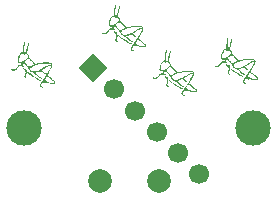
<source format=gbr>
%TF.GenerationSoftware,KiCad,Pcbnew,9.0.6-9.0.6~ubuntu24.04.1*%
%TF.CreationDate,2025-12-16T20:38:13-08:00*%
%TF.ProjectId,Shy_Beeper,5368795f-4265-4657-9065-722e6b696361,rev?*%
%TF.SameCoordinates,Original*%
%TF.FileFunction,Soldermask,Top*%
%TF.FilePolarity,Negative*%
%FSLAX46Y46*%
G04 Gerber Fmt 4.6, Leading zero omitted, Abs format (unit mm)*
G04 Created by KiCad (PCBNEW 9.0.6-9.0.6~ubuntu24.04.1) date 2025-12-16 20:38:13*
%MOMM*%
%LPD*%
G01*
G04 APERTURE LIST*
G04 Aperture macros list*
%AMRotRect*
0 Rectangle, with rotation*
0 The origin of the aperture is its center*
0 $1 length*
0 $2 width*
0 $3 Rotation angle, in degrees counterclockwise*
0 Add horizontal line*
21,1,$1,$2,0,0,$3*%
G04 Aperture macros list end*
%ADD10C,0.000000*%
%ADD11RotRect,1.700000X1.700000X45.000000*%
%ADD12C,1.700000*%
%ADD13C,2.000000*%
%ADD14C,3.000000*%
G04 APERTURE END LIST*
D10*
%TO.C,G\u002A\u002A\u002A*%
G36*
X153418818Y-95923697D02*
G01*
X153456704Y-95946800D01*
X153513433Y-95987304D01*
X153586386Y-96042370D01*
X153706430Y-96128333D01*
X153858850Y-96227401D01*
X154044375Y-96340036D01*
X154150551Y-96402033D01*
X154278823Y-96476564D01*
X154377464Y-96535335D01*
X154449248Y-96580549D01*
X154496949Y-96614404D01*
X154523346Y-96639102D01*
X154531212Y-96656847D01*
X154523325Y-96669840D01*
X154502458Y-96680282D01*
X154501683Y-96680571D01*
X154486599Y-96681678D01*
X154462217Y-96675093D01*
X154424814Y-96658909D01*
X154370675Y-96631222D01*
X154296079Y-96590133D01*
X154197312Y-96533732D01*
X154070651Y-96460115D01*
X154066846Y-96457894D01*
X153949613Y-96388713D01*
X153837005Y-96320995D01*
X153734949Y-96258401D01*
X153649372Y-96204590D01*
X153586200Y-96163225D01*
X153560230Y-96144946D01*
X153468109Y-96074545D01*
X153404467Y-96021213D01*
X153366763Y-95981763D01*
X153352451Y-95952999D01*
X153358996Y-95931731D01*
X153378913Y-95917237D01*
X153394610Y-95914884D01*
X153418818Y-95923697D01*
G37*
G36*
X153037863Y-95551272D02*
G01*
X153087450Y-95593901D01*
X153103857Y-95612630D01*
X153137594Y-95651820D01*
X153159987Y-95675015D01*
X153164675Y-95677956D01*
X153205744Y-95652398D01*
X153245577Y-95640777D01*
X153262432Y-95643261D01*
X153271514Y-95665725D01*
X153279765Y-95717135D01*
X153286175Y-95789391D01*
X153289351Y-95858651D01*
X153290598Y-95957453D01*
X153286867Y-96030429D01*
X153276672Y-96088648D01*
X153258531Y-96143174D01*
X153247811Y-96168483D01*
X153223015Y-96228882D01*
X153206217Y-96278289D01*
X153201380Y-96302485D01*
X153215784Y-96329040D01*
X153251292Y-96364805D01*
X153272331Y-96381565D01*
X153313901Y-96414995D01*
X153328877Y-96437805D01*
X153322159Y-96458888D01*
X153318040Y-96464454D01*
X153285318Y-96479830D01*
X153239332Y-96470519D01*
X153189434Y-96441178D01*
X153144979Y-96396473D01*
X153127545Y-96369506D01*
X153114220Y-96341175D01*
X153108192Y-96313110D01*
X153110695Y-96278344D01*
X153122962Y-96229904D01*
X153146224Y-96160821D01*
X153181378Y-96065031D01*
X153193762Y-96010492D01*
X153198682Y-95944649D01*
X153198423Y-95930716D01*
X153190262Y-95874634D01*
X153166165Y-95826735D01*
X153121449Y-95774816D01*
X153045819Y-95692101D01*
X152994735Y-95625916D01*
X152969804Y-95578580D01*
X152969725Y-95555917D01*
X152997259Y-95538035D01*
X153037863Y-95551272D01*
G37*
G36*
X153135174Y-93357286D02*
G01*
X153151583Y-93389636D01*
X153152036Y-93452956D01*
X153143608Y-93513658D01*
X153125014Y-93650097D01*
X153112036Y-93806282D01*
X153105731Y-93965186D01*
X153106933Y-94104363D01*
X153110998Y-94176420D01*
X153118341Y-94220697D01*
X153132288Y-94246469D01*
X153156166Y-94263016D01*
X153165428Y-94267415D01*
X153203492Y-94279018D01*
X153223921Y-94274480D01*
X153224330Y-94273522D01*
X153229978Y-94249293D01*
X153241054Y-94196351D01*
X153255986Y-94122368D01*
X153273203Y-94035017D01*
X153274173Y-94030043D01*
X153297507Y-93920474D01*
X153325775Y-93802986D01*
X153354890Y-93693954D01*
X153373964Y-93630253D01*
X153400421Y-93549707D01*
X153419882Y-93497777D01*
X153435919Y-93467563D01*
X153452102Y-93452167D01*
X153469718Y-93445283D01*
X153497419Y-93442378D01*
X153511751Y-93455120D01*
X153512704Y-93488054D01*
X153500263Y-93545726D01*
X153474421Y-93632684D01*
X153469194Y-93649140D01*
X153444886Y-93731455D01*
X153419513Y-93827964D01*
X153394545Y-93931714D01*
X153371445Y-94035751D01*
X153351682Y-94133121D01*
X153336725Y-94216870D01*
X153328036Y-94280044D01*
X153327084Y-94315692D01*
X153327913Y-94318807D01*
X153346515Y-94345380D01*
X153382695Y-94385457D01*
X153406948Y-94409566D01*
X153466122Y-94477283D01*
X153495928Y-94543643D01*
X153501807Y-94617810D01*
X153507150Y-94658463D01*
X153532475Y-94694700D01*
X153570253Y-94727048D01*
X153606820Y-94759380D01*
X153662082Y-94813331D01*
X153730083Y-94882854D01*
X153804869Y-94961907D01*
X153853567Y-95014734D01*
X154065915Y-95247558D01*
X154239493Y-95206430D01*
X154513228Y-95152177D01*
X154774781Y-95121458D01*
X155018077Y-95114857D01*
X155130613Y-95120752D01*
X155264972Y-95138342D01*
X155365473Y-95166930D01*
X155433999Y-95207725D01*
X155472428Y-95261939D01*
X155482644Y-95330781D01*
X155481450Y-95346563D01*
X155475578Y-95377581D01*
X155462667Y-95416345D01*
X155440582Y-95467305D01*
X155407181Y-95534906D01*
X155360327Y-95623601D01*
X155297883Y-95737835D01*
X155264096Y-95798813D01*
X155205320Y-95905616D01*
X155153821Y-96001175D01*
X155111974Y-96080919D01*
X155082153Y-96140278D01*
X155066729Y-96174689D01*
X155065381Y-96181460D01*
X155082637Y-96194352D01*
X155124160Y-96226470D01*
X155185142Y-96274060D01*
X155260776Y-96333373D01*
X155340541Y-96396152D01*
X155464325Y-96495101D01*
X155560582Y-96575562D01*
X155632054Y-96640411D01*
X155681482Y-96692532D01*
X155711611Y-96734801D01*
X155725181Y-96770099D01*
X155725183Y-96800068D01*
X155695052Y-96869980D01*
X155637276Y-96917962D01*
X155554374Y-96943616D01*
X155448858Y-96946538D01*
X155323243Y-96926328D01*
X155188369Y-96885623D01*
X155111977Y-96860062D01*
X155056763Y-96848299D01*
X155010139Y-96848872D01*
X154962735Y-96859397D01*
X154870752Y-96870773D01*
X154811441Y-96858489D01*
X154733579Y-96829001D01*
X154681485Y-96814012D01*
X154646076Y-96815446D01*
X154618265Y-96835229D01*
X154588971Y-96875283D01*
X154566583Y-96910347D01*
X154530026Y-96970397D01*
X154511701Y-97010326D01*
X154508354Y-97040193D01*
X154515699Y-97067429D01*
X154549752Y-97115055D01*
X154605711Y-97156852D01*
X154648775Y-97183862D01*
X154664181Y-97203006D01*
X154657340Y-97223131D01*
X154651280Y-97231294D01*
X154617425Y-97248454D01*
X154570486Y-97240439D01*
X154518147Y-97212760D01*
X154468100Y-97170923D01*
X154428030Y-97120439D01*
X154405626Y-97066814D01*
X154403719Y-97053916D01*
X154406189Y-97025913D01*
X154418920Y-96987412D01*
X154443633Y-96935431D01*
X154482057Y-96866989D01*
X154535916Y-96779103D01*
X154590674Y-96694054D01*
X154715539Y-96694054D01*
X154728323Y-96719459D01*
X154766936Y-96744931D01*
X154820531Y-96765282D01*
X154878257Y-96775325D01*
X154886138Y-96775615D01*
X154905199Y-96773130D01*
X154900782Y-96762075D01*
X154869608Y-96738531D01*
X154837252Y-96717137D01*
X154778507Y-96680815D01*
X154743092Y-96665165D01*
X154724462Y-96668945D01*
X154716066Y-96690916D01*
X154715539Y-96694054D01*
X154590674Y-96694054D01*
X154606937Y-96668795D01*
X154639381Y-96619824D01*
X154671819Y-96570859D01*
X154819586Y-96570859D01*
X154821505Y-96580398D01*
X154845759Y-96603837D01*
X154897164Y-96636909D01*
X154968269Y-96676016D01*
X155051615Y-96717557D01*
X155139750Y-96757932D01*
X155225219Y-96793538D01*
X155300566Y-96820776D01*
X155345377Y-96833420D01*
X155433956Y-96847342D01*
X155513769Y-96848516D01*
X155577296Y-96837872D01*
X155617019Y-96816345D01*
X155626299Y-96798577D01*
X155617213Y-96766416D01*
X155588450Y-96724998D01*
X155577408Y-96713138D01*
X155541891Y-96680891D01*
X155483933Y-96631915D01*
X155410441Y-96571694D01*
X155328322Y-96505712D01*
X155244483Y-96439457D01*
X155165826Y-96378412D01*
X155099259Y-96328066D01*
X155051687Y-96293900D01*
X155040219Y-96286418D01*
X154992874Y-96257263D01*
X154900998Y-96405662D01*
X154854269Y-96484493D01*
X154827799Y-96538095D01*
X154819586Y-96570859D01*
X154671819Y-96570859D01*
X154696847Y-96533079D01*
X154757751Y-96442406D01*
X154764276Y-96432535D01*
X154838714Y-96319909D01*
X154923031Y-96188039D01*
X155007774Y-96051767D01*
X155090014Y-95916062D01*
X155166825Y-95785893D01*
X155235280Y-95666228D01*
X155292449Y-95562036D01*
X155335410Y-95478287D01*
X155361229Y-95419951D01*
X155362923Y-95415226D01*
X155377326Y-95358084D01*
X155380841Y-95309250D01*
X155379135Y-95298178D01*
X155369977Y-95276257D01*
X155350939Y-95261038D01*
X155313211Y-95248202D01*
X155247973Y-95233428D01*
X155246272Y-95233072D01*
X155124931Y-95215817D01*
X154986534Y-95209987D01*
X154835541Y-95214551D01*
X154676411Y-95228472D01*
X154513603Y-95250722D01*
X154351572Y-95280266D01*
X154194783Y-95316075D01*
X154047690Y-95357113D01*
X153914755Y-95402350D01*
X153800435Y-95450753D01*
X153709189Y-95501290D01*
X153645479Y-95552929D01*
X153613759Y-95604635D01*
X153612206Y-95611378D01*
X153614490Y-95691637D01*
X153649813Y-95762144D01*
X153714668Y-95819235D01*
X153805546Y-95859250D01*
X153862077Y-95872119D01*
X153944745Y-95880016D01*
X154029847Y-95875169D01*
X154121410Y-95856053D01*
X154223462Y-95821139D01*
X154340035Y-95768902D01*
X154475155Y-95697817D01*
X154632852Y-95606357D01*
X154746182Y-95537233D01*
X154888534Y-95451037D01*
X155003594Y-95385684D01*
X155093796Y-95339906D01*
X155161580Y-95312430D01*
X155194627Y-95303811D01*
X155255146Y-95297862D01*
X155292449Y-95309941D01*
X155317793Y-95344483D01*
X155322242Y-95354083D01*
X155330797Y-95386500D01*
X155313027Y-95403678D01*
X155303578Y-95407484D01*
X155261250Y-95411670D01*
X155240158Y-95405272D01*
X155206098Y-95401660D01*
X155158564Y-95413480D01*
X155152282Y-95416075D01*
X155109274Y-95437501D01*
X155046657Y-95472104D01*
X154971053Y-95515847D01*
X154889085Y-95564694D01*
X154807375Y-95614608D01*
X154732548Y-95661550D01*
X154671223Y-95701489D01*
X154630027Y-95730384D01*
X154615918Y-95742994D01*
X154611454Y-95753327D01*
X154613586Y-95765093D01*
X154626360Y-95782771D01*
X154653816Y-95810845D01*
X154699995Y-95853794D01*
X154768943Y-95916103D01*
X154785488Y-95930981D01*
X154843811Y-95985001D01*
X154878004Y-96021969D01*
X154892644Y-96048252D01*
X154892312Y-96070221D01*
X154890145Y-96076503D01*
X154876623Y-96095719D01*
X154854757Y-96098202D01*
X154820624Y-96081750D01*
X154770306Y-96044153D01*
X154699882Y-95983204D01*
X154659767Y-95946822D01*
X154601475Y-95894361D01*
X154551473Y-95850980D01*
X154517441Y-95823272D01*
X154509363Y-95817664D01*
X154480927Y-95818406D01*
X154432517Y-95835028D01*
X154385071Y-95858367D01*
X154311886Y-95893164D01*
X154224198Y-95926558D01*
X154159091Y-95946335D01*
X154097106Y-95963360D01*
X154052539Y-95977550D01*
X154034278Y-95986054D01*
X154034228Y-95986442D01*
X154049444Y-96000922D01*
X154090910Y-96035196D01*
X154155357Y-96086675D01*
X154239500Y-96152770D01*
X154340071Y-96230890D01*
X154453791Y-96318448D01*
X154469335Y-96330362D01*
X154546099Y-96391128D01*
X154594993Y-96435563D01*
X154619110Y-96467684D01*
X154621542Y-96491510D01*
X154607255Y-96509590D01*
X154594390Y-96514740D01*
X154574960Y-96511615D01*
X154545875Y-96498126D01*
X154504044Y-96472191D01*
X154446380Y-96431721D01*
X154369796Y-96374633D01*
X154271196Y-96298838D01*
X154147502Y-96202254D01*
X154119205Y-96180042D01*
X154016070Y-96100008D01*
X153937057Y-96041138D01*
X153878026Y-96000631D01*
X153834845Y-95975682D01*
X153803375Y-95963488D01*
X153798270Y-95962359D01*
X153690511Y-95924433D01*
X153604393Y-95857163D01*
X153542693Y-95763092D01*
X153522723Y-95709694D01*
X153496261Y-95647918D01*
X153450144Y-95580113D01*
X153379140Y-95498606D01*
X153377931Y-95497315D01*
X153308417Y-95420010D01*
X153233708Y-95331837D01*
X153168258Y-95249932D01*
X153159226Y-95238041D01*
X153112555Y-95179208D01*
X153072092Y-95133991D01*
X153044101Y-95109164D01*
X153037321Y-95106443D01*
X153009535Y-95123630D01*
X152981860Y-95165917D01*
X152959757Y-95221746D01*
X152948683Y-95279551D01*
X152948312Y-95294932D01*
X152953240Y-95342649D01*
X152972210Y-95368947D01*
X153013790Y-95388460D01*
X153054355Y-95406077D01*
X153065478Y-95421434D01*
X153053043Y-95443452D01*
X153051400Y-95445525D01*
X153030551Y-95460825D01*
X152995045Y-95466894D01*
X152937506Y-95464061D01*
X152859832Y-95454030D01*
X152782241Y-95444150D01*
X152716044Y-95438525D01*
X152671640Y-95437928D01*
X152662018Y-95439353D01*
X152638031Y-95455907D01*
X152594706Y-95494623D01*
X152537605Y-95550215D01*
X152472285Y-95617406D01*
X152452238Y-95638692D01*
X152363902Y-95730245D01*
X152296499Y-95793376D01*
X152248691Y-95829276D01*
X152227217Y-95838630D01*
X152176571Y-95837316D01*
X152116109Y-95819265D01*
X152057762Y-95790271D01*
X152013461Y-95756127D01*
X151995509Y-95726094D01*
X151997847Y-95692983D01*
X152022129Y-95682329D01*
X152071480Y-95693776D01*
X152116989Y-95712235D01*
X152167678Y-95732937D01*
X152203780Y-95744470D01*
X152212820Y-95745391D01*
X152229681Y-95731239D01*
X152266490Y-95695025D01*
X152318110Y-95641958D01*
X152379403Y-95577240D01*
X152390587Y-95565270D01*
X152473158Y-95477958D01*
X152536728Y-95415066D01*
X152586700Y-95373137D01*
X152628478Y-95348712D01*
X152667466Y-95338334D01*
X152709074Y-95338547D01*
X152738766Y-95342512D01*
X152791530Y-95348896D01*
X152826518Y-95349230D01*
X152833844Y-95346628D01*
X152842461Y-95318410D01*
X152850472Y-95272016D01*
X152856276Y-95221267D01*
X152858276Y-95179985D01*
X152855203Y-95162131D01*
X152831156Y-95162588D01*
X152793455Y-95172219D01*
X152731593Y-95182464D01*
X152666190Y-95178126D01*
X152612461Y-95161177D01*
X152592464Y-95146143D01*
X152556734Y-95077651D01*
X152542847Y-94993023D01*
X152631422Y-94993023D01*
X152637138Y-95029955D01*
X152649841Y-95068763D01*
X152673971Y-95083535D01*
X152703517Y-95086355D01*
X152762977Y-95082192D01*
X152814237Y-95070986D01*
X152915447Y-95029604D01*
X153140882Y-95029604D01*
X153149242Y-95059745D01*
X153177931Y-95106434D01*
X153209732Y-95151456D01*
X153248709Y-95202376D01*
X153299992Y-95264948D01*
X153357263Y-95331983D01*
X153414209Y-95396305D01*
X153464507Y-95450728D01*
X153501850Y-95488075D01*
X153515960Y-95499654D01*
X153544975Y-95497456D01*
X153590716Y-95470106D01*
X153611171Y-95453700D01*
X153665869Y-95414854D01*
X153739026Y-95372833D01*
X153810358Y-95338728D01*
X153872784Y-95311315D01*
X153920331Y-95288587D01*
X153943980Y-95274891D01*
X153944920Y-95273865D01*
X153935717Y-95256987D01*
X153905852Y-95218805D01*
X153860243Y-95164823D01*
X153803807Y-95100543D01*
X153741459Y-95031470D01*
X153678117Y-94963103D01*
X153618702Y-94900951D01*
X153568126Y-94850516D01*
X153558504Y-94841380D01*
X153498109Y-94790950D01*
X153454284Y-94770158D01*
X153423066Y-94777794D01*
X153408668Y-94795645D01*
X153381932Y-94827333D01*
X153334488Y-94871531D01*
X153276250Y-94919889D01*
X153217140Y-94964056D01*
X153179524Y-94988619D01*
X153151446Y-95008425D01*
X153140882Y-95029604D01*
X152915447Y-95029604D01*
X152918844Y-95028215D01*
X153036034Y-94964719D01*
X153054741Y-94952592D01*
X153154382Y-94887995D01*
X153262461Y-94805539D01*
X153348843Y-94724850D01*
X153359174Y-94713419D01*
X153397570Y-94646027D01*
X153401483Y-94575180D01*
X153372420Y-94506243D01*
X153311882Y-94444576D01*
X153277386Y-94422107D01*
X153211942Y-94389180D01*
X153167628Y-94380054D01*
X153137218Y-94394677D01*
X153119270Y-94421034D01*
X153089516Y-94459316D01*
X153061921Y-94462062D01*
X153041504Y-94429756D01*
X153037496Y-94413112D01*
X153014749Y-94361605D01*
X152970654Y-94339872D01*
X152907620Y-94346410D01*
X152874774Y-94357883D01*
X152848144Y-94376780D01*
X152820789Y-94410583D01*
X152785769Y-94466771D01*
X152768628Y-94496203D01*
X152704355Y-94626142D01*
X152658679Y-94757874D01*
X152633676Y-94882977D01*
X152631422Y-94993023D01*
X152542847Y-94993023D01*
X152540689Y-94979870D01*
X152544671Y-94855115D01*
X152546779Y-94836185D01*
X152555356Y-94771359D01*
X152565591Y-94719783D01*
X152581058Y-94672089D01*
X152605341Y-94618906D01*
X152642012Y-94550867D01*
X152683642Y-94477757D01*
X152696849Y-94454760D01*
X152802302Y-94271138D01*
X152907044Y-94249614D01*
X152960676Y-94237657D01*
X152993562Y-94223309D01*
X153009989Y-94198515D01*
X153014244Y-94155215D01*
X153010617Y-94085356D01*
X153008681Y-94058664D01*
X153007378Y-93987546D01*
X153010852Y-93890884D01*
X153018254Y-93779763D01*
X153028723Y-93665266D01*
X153041408Y-93558474D01*
X153053001Y-93483657D01*
X153069051Y-93410048D01*
X153085676Y-93368423D01*
X153102376Y-93354226D01*
X153135174Y-93357286D01*
G37*
G36*
X149118818Y-92123697D02*
G01*
X149156704Y-92146800D01*
X149213433Y-92187304D01*
X149286386Y-92242370D01*
X149406430Y-92328333D01*
X149558850Y-92427401D01*
X149744375Y-92540036D01*
X149850551Y-92602033D01*
X149978823Y-92676564D01*
X150077464Y-92735335D01*
X150149248Y-92780549D01*
X150196949Y-92814404D01*
X150223346Y-92839102D01*
X150231212Y-92856847D01*
X150223325Y-92869840D01*
X150202458Y-92880282D01*
X150201683Y-92880571D01*
X150186599Y-92881678D01*
X150162217Y-92875093D01*
X150124814Y-92858909D01*
X150070675Y-92831222D01*
X149996079Y-92790133D01*
X149897312Y-92733732D01*
X149770651Y-92660115D01*
X149766846Y-92657894D01*
X149649613Y-92588713D01*
X149537005Y-92520995D01*
X149434949Y-92458401D01*
X149349372Y-92404590D01*
X149286200Y-92363225D01*
X149260230Y-92344946D01*
X149168109Y-92274545D01*
X149104467Y-92221213D01*
X149066763Y-92181763D01*
X149052451Y-92152999D01*
X149058996Y-92131731D01*
X149078913Y-92117237D01*
X149094610Y-92114884D01*
X149118818Y-92123697D01*
G37*
G36*
X148737863Y-91751272D02*
G01*
X148787450Y-91793901D01*
X148803857Y-91812630D01*
X148837594Y-91851820D01*
X148859987Y-91875015D01*
X148864675Y-91877956D01*
X148905744Y-91852398D01*
X148945577Y-91840777D01*
X148962432Y-91843261D01*
X148971514Y-91865725D01*
X148979765Y-91917135D01*
X148986175Y-91989391D01*
X148989351Y-92058651D01*
X148990598Y-92157453D01*
X148986867Y-92230429D01*
X148976672Y-92288648D01*
X148958531Y-92343174D01*
X148947811Y-92368483D01*
X148923015Y-92428882D01*
X148906217Y-92478289D01*
X148901380Y-92502485D01*
X148915784Y-92529040D01*
X148951292Y-92564805D01*
X148972331Y-92581565D01*
X149013901Y-92614995D01*
X149028877Y-92637805D01*
X149022159Y-92658888D01*
X149018040Y-92664454D01*
X148985318Y-92679830D01*
X148939332Y-92670519D01*
X148889434Y-92641178D01*
X148844979Y-92596473D01*
X148827545Y-92569506D01*
X148814220Y-92541175D01*
X148808192Y-92513110D01*
X148810695Y-92478344D01*
X148822962Y-92429904D01*
X148846224Y-92360821D01*
X148881378Y-92265031D01*
X148893762Y-92210492D01*
X148898682Y-92144649D01*
X148898423Y-92130716D01*
X148890262Y-92074634D01*
X148866165Y-92026735D01*
X148821449Y-91974816D01*
X148745819Y-91892101D01*
X148694735Y-91825916D01*
X148669804Y-91778580D01*
X148669725Y-91755917D01*
X148697259Y-91738035D01*
X148737863Y-91751272D01*
G37*
G36*
X148835174Y-89557286D02*
G01*
X148851583Y-89589636D01*
X148852036Y-89652956D01*
X148843608Y-89713658D01*
X148825014Y-89850097D01*
X148812036Y-90006282D01*
X148805731Y-90165186D01*
X148806933Y-90304363D01*
X148810998Y-90376420D01*
X148818341Y-90420697D01*
X148832288Y-90446469D01*
X148856166Y-90463016D01*
X148865428Y-90467415D01*
X148903492Y-90479018D01*
X148923921Y-90474480D01*
X148924330Y-90473522D01*
X148929978Y-90449293D01*
X148941054Y-90396351D01*
X148955986Y-90322368D01*
X148973203Y-90235017D01*
X148974173Y-90230043D01*
X148997507Y-90120474D01*
X149025775Y-90002986D01*
X149054890Y-89893954D01*
X149073964Y-89830253D01*
X149100421Y-89749707D01*
X149119882Y-89697777D01*
X149135919Y-89667563D01*
X149152102Y-89652167D01*
X149169718Y-89645283D01*
X149197419Y-89642378D01*
X149211751Y-89655120D01*
X149212704Y-89688054D01*
X149200263Y-89745726D01*
X149174421Y-89832684D01*
X149169194Y-89849140D01*
X149144886Y-89931455D01*
X149119513Y-90027964D01*
X149094545Y-90131714D01*
X149071445Y-90235751D01*
X149051682Y-90333121D01*
X149036725Y-90416870D01*
X149028036Y-90480044D01*
X149027084Y-90515692D01*
X149027913Y-90518807D01*
X149046515Y-90545380D01*
X149082695Y-90585457D01*
X149106948Y-90609566D01*
X149166122Y-90677283D01*
X149195928Y-90743643D01*
X149201807Y-90817810D01*
X149207150Y-90858463D01*
X149232475Y-90894700D01*
X149270253Y-90927048D01*
X149306820Y-90959380D01*
X149362082Y-91013331D01*
X149430083Y-91082854D01*
X149504869Y-91161907D01*
X149553567Y-91214734D01*
X149765915Y-91447558D01*
X149939493Y-91406430D01*
X150213228Y-91352177D01*
X150474781Y-91321458D01*
X150718077Y-91314857D01*
X150830613Y-91320752D01*
X150964972Y-91338342D01*
X151065473Y-91366930D01*
X151133999Y-91407725D01*
X151172428Y-91461939D01*
X151182644Y-91530781D01*
X151181450Y-91546563D01*
X151175578Y-91577581D01*
X151162667Y-91616345D01*
X151140582Y-91667305D01*
X151107181Y-91734906D01*
X151060327Y-91823601D01*
X150997883Y-91937835D01*
X150964096Y-91998813D01*
X150905320Y-92105616D01*
X150853821Y-92201175D01*
X150811974Y-92280919D01*
X150782153Y-92340278D01*
X150766729Y-92374689D01*
X150765381Y-92381460D01*
X150782637Y-92394352D01*
X150824160Y-92426470D01*
X150885142Y-92474060D01*
X150960776Y-92533373D01*
X151040541Y-92596152D01*
X151164325Y-92695101D01*
X151260582Y-92775562D01*
X151332054Y-92840411D01*
X151381482Y-92892532D01*
X151411611Y-92934801D01*
X151425181Y-92970099D01*
X151425183Y-93000068D01*
X151395052Y-93069980D01*
X151337276Y-93117962D01*
X151254374Y-93143616D01*
X151148858Y-93146538D01*
X151023243Y-93126328D01*
X150888369Y-93085623D01*
X150811977Y-93060062D01*
X150756763Y-93048299D01*
X150710139Y-93048872D01*
X150662735Y-93059397D01*
X150570752Y-93070773D01*
X150511441Y-93058489D01*
X150433579Y-93029001D01*
X150381485Y-93014012D01*
X150346076Y-93015446D01*
X150318265Y-93035229D01*
X150288971Y-93075283D01*
X150266583Y-93110347D01*
X150230026Y-93170397D01*
X150211701Y-93210326D01*
X150208354Y-93240193D01*
X150215699Y-93267429D01*
X150249752Y-93315055D01*
X150305711Y-93356852D01*
X150348775Y-93383862D01*
X150364181Y-93403006D01*
X150357340Y-93423131D01*
X150351280Y-93431294D01*
X150317425Y-93448454D01*
X150270486Y-93440439D01*
X150218147Y-93412760D01*
X150168100Y-93370923D01*
X150128030Y-93320439D01*
X150105626Y-93266814D01*
X150103719Y-93253916D01*
X150106189Y-93225913D01*
X150118920Y-93187412D01*
X150143633Y-93135431D01*
X150182057Y-93066989D01*
X150235916Y-92979103D01*
X150290674Y-92894054D01*
X150415539Y-92894054D01*
X150428323Y-92919459D01*
X150466936Y-92944931D01*
X150520531Y-92965282D01*
X150578257Y-92975325D01*
X150586138Y-92975615D01*
X150605199Y-92973130D01*
X150600782Y-92962075D01*
X150569608Y-92938531D01*
X150537252Y-92917137D01*
X150478507Y-92880815D01*
X150443092Y-92865165D01*
X150424462Y-92868945D01*
X150416066Y-92890916D01*
X150415539Y-92894054D01*
X150290674Y-92894054D01*
X150306937Y-92868795D01*
X150339381Y-92819824D01*
X150371819Y-92770859D01*
X150519586Y-92770859D01*
X150521505Y-92780398D01*
X150545759Y-92803837D01*
X150597164Y-92836909D01*
X150668269Y-92876016D01*
X150751615Y-92917557D01*
X150839750Y-92957932D01*
X150925219Y-92993538D01*
X151000566Y-93020776D01*
X151045377Y-93033420D01*
X151133956Y-93047342D01*
X151213769Y-93048516D01*
X151277296Y-93037872D01*
X151317019Y-93016345D01*
X151326299Y-92998577D01*
X151317213Y-92966416D01*
X151288450Y-92924998D01*
X151277408Y-92913138D01*
X151241891Y-92880891D01*
X151183933Y-92831915D01*
X151110441Y-92771694D01*
X151028322Y-92705712D01*
X150944483Y-92639457D01*
X150865826Y-92578412D01*
X150799259Y-92528066D01*
X150751687Y-92493900D01*
X150740219Y-92486418D01*
X150692874Y-92457263D01*
X150600998Y-92605662D01*
X150554269Y-92684493D01*
X150527799Y-92738095D01*
X150519586Y-92770859D01*
X150371819Y-92770859D01*
X150396847Y-92733079D01*
X150457751Y-92642406D01*
X150464276Y-92632535D01*
X150538714Y-92519909D01*
X150623031Y-92388039D01*
X150707774Y-92251767D01*
X150790014Y-92116062D01*
X150866825Y-91985893D01*
X150935280Y-91866228D01*
X150992449Y-91762036D01*
X151035410Y-91678287D01*
X151061229Y-91619951D01*
X151062923Y-91615226D01*
X151077326Y-91558084D01*
X151080841Y-91509250D01*
X151079135Y-91498178D01*
X151069977Y-91476257D01*
X151050939Y-91461038D01*
X151013211Y-91448202D01*
X150947973Y-91433428D01*
X150946272Y-91433072D01*
X150824931Y-91415817D01*
X150686534Y-91409987D01*
X150535541Y-91414551D01*
X150376411Y-91428472D01*
X150213603Y-91450722D01*
X150051572Y-91480266D01*
X149894783Y-91516075D01*
X149747690Y-91557113D01*
X149614755Y-91602350D01*
X149500435Y-91650753D01*
X149409189Y-91701290D01*
X149345479Y-91752929D01*
X149313759Y-91804635D01*
X149312206Y-91811378D01*
X149314490Y-91891637D01*
X149349813Y-91962144D01*
X149414668Y-92019235D01*
X149505546Y-92059250D01*
X149562077Y-92072119D01*
X149644745Y-92080016D01*
X149729847Y-92075169D01*
X149821410Y-92056053D01*
X149923462Y-92021139D01*
X150040035Y-91968902D01*
X150175155Y-91897817D01*
X150332852Y-91806357D01*
X150446182Y-91737233D01*
X150588534Y-91651037D01*
X150703594Y-91585684D01*
X150793796Y-91539906D01*
X150861580Y-91512430D01*
X150894627Y-91503811D01*
X150955146Y-91497862D01*
X150992449Y-91509941D01*
X151017793Y-91544483D01*
X151022242Y-91554083D01*
X151030797Y-91586500D01*
X151013027Y-91603678D01*
X151003578Y-91607484D01*
X150961250Y-91611670D01*
X150940158Y-91605272D01*
X150906098Y-91601660D01*
X150858564Y-91613480D01*
X150852282Y-91616075D01*
X150809274Y-91637501D01*
X150746657Y-91672104D01*
X150671053Y-91715847D01*
X150589085Y-91764694D01*
X150507375Y-91814608D01*
X150432548Y-91861550D01*
X150371223Y-91901489D01*
X150330027Y-91930384D01*
X150315918Y-91942994D01*
X150311454Y-91953327D01*
X150313586Y-91965093D01*
X150326360Y-91982771D01*
X150353816Y-92010845D01*
X150399995Y-92053794D01*
X150468943Y-92116103D01*
X150485488Y-92130981D01*
X150543811Y-92185001D01*
X150578004Y-92221969D01*
X150592644Y-92248252D01*
X150592312Y-92270221D01*
X150590145Y-92276503D01*
X150576623Y-92295719D01*
X150554757Y-92298202D01*
X150520624Y-92281750D01*
X150470306Y-92244153D01*
X150399882Y-92183204D01*
X150359767Y-92146822D01*
X150301475Y-92094361D01*
X150251473Y-92050980D01*
X150217441Y-92023272D01*
X150209363Y-92017664D01*
X150180927Y-92018406D01*
X150132517Y-92035028D01*
X150085071Y-92058367D01*
X150011886Y-92093164D01*
X149924198Y-92126558D01*
X149859091Y-92146335D01*
X149797106Y-92163360D01*
X149752539Y-92177550D01*
X149734278Y-92186054D01*
X149734228Y-92186442D01*
X149749444Y-92200922D01*
X149790910Y-92235196D01*
X149855357Y-92286675D01*
X149939500Y-92352770D01*
X150040071Y-92430890D01*
X150153791Y-92518448D01*
X150169335Y-92530362D01*
X150246099Y-92591128D01*
X150294993Y-92635563D01*
X150319110Y-92667684D01*
X150321542Y-92691510D01*
X150307255Y-92709590D01*
X150294390Y-92714740D01*
X150274960Y-92711615D01*
X150245875Y-92698126D01*
X150204044Y-92672191D01*
X150146380Y-92631721D01*
X150069796Y-92574633D01*
X149971196Y-92498838D01*
X149847502Y-92402254D01*
X149819205Y-92380042D01*
X149716070Y-92300008D01*
X149637057Y-92241138D01*
X149578026Y-92200631D01*
X149534845Y-92175682D01*
X149503375Y-92163488D01*
X149498270Y-92162359D01*
X149390511Y-92124433D01*
X149304393Y-92057163D01*
X149242693Y-91963092D01*
X149222723Y-91909694D01*
X149196261Y-91847918D01*
X149150144Y-91780113D01*
X149079140Y-91698606D01*
X149077931Y-91697315D01*
X149008417Y-91620010D01*
X148933708Y-91531837D01*
X148868258Y-91449932D01*
X148859226Y-91438041D01*
X148812555Y-91379208D01*
X148772092Y-91333991D01*
X148744101Y-91309164D01*
X148737321Y-91306443D01*
X148709535Y-91323630D01*
X148681860Y-91365917D01*
X148659757Y-91421746D01*
X148648683Y-91479551D01*
X148648312Y-91494932D01*
X148653240Y-91542649D01*
X148672210Y-91568947D01*
X148713790Y-91588460D01*
X148754355Y-91606077D01*
X148765478Y-91621434D01*
X148753043Y-91643452D01*
X148751400Y-91645525D01*
X148730551Y-91660825D01*
X148695045Y-91666894D01*
X148637506Y-91664061D01*
X148559832Y-91654030D01*
X148482241Y-91644150D01*
X148416044Y-91638525D01*
X148371640Y-91637928D01*
X148362018Y-91639353D01*
X148338031Y-91655907D01*
X148294706Y-91694623D01*
X148237605Y-91750215D01*
X148172285Y-91817406D01*
X148152238Y-91838692D01*
X148063902Y-91930245D01*
X147996499Y-91993376D01*
X147948691Y-92029276D01*
X147927217Y-92038630D01*
X147876571Y-92037316D01*
X147816109Y-92019265D01*
X147757762Y-91990271D01*
X147713461Y-91956127D01*
X147695509Y-91926094D01*
X147697847Y-91892983D01*
X147722129Y-91882329D01*
X147771480Y-91893776D01*
X147816989Y-91912235D01*
X147867678Y-91932937D01*
X147903780Y-91944470D01*
X147912820Y-91945391D01*
X147929681Y-91931239D01*
X147966490Y-91895025D01*
X148018110Y-91841958D01*
X148079403Y-91777240D01*
X148090587Y-91765270D01*
X148173158Y-91677958D01*
X148236728Y-91615066D01*
X148286700Y-91573137D01*
X148328478Y-91548712D01*
X148367466Y-91538334D01*
X148409074Y-91538547D01*
X148438766Y-91542512D01*
X148491530Y-91548896D01*
X148526518Y-91549230D01*
X148533844Y-91546628D01*
X148542461Y-91518410D01*
X148550472Y-91472016D01*
X148556276Y-91421267D01*
X148558276Y-91379985D01*
X148555203Y-91362131D01*
X148531156Y-91362588D01*
X148493455Y-91372219D01*
X148431593Y-91382464D01*
X148366190Y-91378126D01*
X148312461Y-91361177D01*
X148292464Y-91346143D01*
X148256734Y-91277651D01*
X148242847Y-91193023D01*
X148331422Y-91193023D01*
X148337138Y-91229955D01*
X148349841Y-91268763D01*
X148373971Y-91283535D01*
X148403517Y-91286355D01*
X148462977Y-91282192D01*
X148514237Y-91270986D01*
X148615447Y-91229604D01*
X148840882Y-91229604D01*
X148849242Y-91259745D01*
X148877931Y-91306434D01*
X148909732Y-91351456D01*
X148948709Y-91402376D01*
X148999992Y-91464948D01*
X149057263Y-91531983D01*
X149114209Y-91596305D01*
X149164507Y-91650728D01*
X149201850Y-91688075D01*
X149215960Y-91699654D01*
X149244975Y-91697456D01*
X149290716Y-91670106D01*
X149311171Y-91653700D01*
X149365869Y-91614854D01*
X149439026Y-91572833D01*
X149510358Y-91538728D01*
X149572784Y-91511315D01*
X149620331Y-91488587D01*
X149643980Y-91474891D01*
X149644920Y-91473865D01*
X149635717Y-91456987D01*
X149605852Y-91418805D01*
X149560243Y-91364823D01*
X149503807Y-91300543D01*
X149441459Y-91231470D01*
X149378117Y-91163103D01*
X149318702Y-91100951D01*
X149268126Y-91050516D01*
X149258504Y-91041380D01*
X149198109Y-90990950D01*
X149154284Y-90970158D01*
X149123066Y-90977794D01*
X149108668Y-90995645D01*
X149081932Y-91027333D01*
X149034488Y-91071531D01*
X148976250Y-91119889D01*
X148917140Y-91164056D01*
X148879524Y-91188619D01*
X148851446Y-91208425D01*
X148840882Y-91229604D01*
X148615447Y-91229604D01*
X148618844Y-91228215D01*
X148736034Y-91164719D01*
X148754741Y-91152592D01*
X148854382Y-91087995D01*
X148962461Y-91005539D01*
X149048843Y-90924850D01*
X149059174Y-90913419D01*
X149097570Y-90846027D01*
X149101483Y-90775180D01*
X149072420Y-90706243D01*
X149011882Y-90644576D01*
X148977386Y-90622107D01*
X148911942Y-90589180D01*
X148867628Y-90580054D01*
X148837218Y-90594677D01*
X148819270Y-90621034D01*
X148789516Y-90659316D01*
X148761921Y-90662062D01*
X148741504Y-90629756D01*
X148737496Y-90613112D01*
X148714749Y-90561605D01*
X148670654Y-90539872D01*
X148607620Y-90546410D01*
X148574774Y-90557883D01*
X148548144Y-90576780D01*
X148520789Y-90610583D01*
X148485769Y-90666771D01*
X148468628Y-90696203D01*
X148404355Y-90826142D01*
X148358679Y-90957874D01*
X148333676Y-91082977D01*
X148331422Y-91193023D01*
X148242847Y-91193023D01*
X148240689Y-91179870D01*
X148244671Y-91055115D01*
X148246779Y-91036185D01*
X148255356Y-90971359D01*
X148265591Y-90919783D01*
X148281058Y-90872089D01*
X148305341Y-90818906D01*
X148342012Y-90750867D01*
X148383642Y-90677757D01*
X148396849Y-90654760D01*
X148502302Y-90471138D01*
X148607044Y-90449614D01*
X148660676Y-90437657D01*
X148693562Y-90423309D01*
X148709989Y-90398515D01*
X148714244Y-90355215D01*
X148710617Y-90285356D01*
X148708681Y-90258664D01*
X148707378Y-90187546D01*
X148710852Y-90090884D01*
X148718254Y-89979763D01*
X148728723Y-89865266D01*
X148741408Y-89758474D01*
X148753001Y-89683657D01*
X148769051Y-89610048D01*
X148785676Y-89568423D01*
X148802376Y-89554226D01*
X148835174Y-89557286D01*
G37*
G36*
X141418818Y-95223697D02*
G01*
X141456704Y-95246800D01*
X141513433Y-95287304D01*
X141586386Y-95342370D01*
X141706430Y-95428333D01*
X141858850Y-95527401D01*
X142044375Y-95640036D01*
X142150551Y-95702033D01*
X142278823Y-95776564D01*
X142377464Y-95835335D01*
X142449248Y-95880549D01*
X142496949Y-95914404D01*
X142523346Y-95939102D01*
X142531212Y-95956847D01*
X142523325Y-95969840D01*
X142502458Y-95980282D01*
X142501683Y-95980571D01*
X142486599Y-95981678D01*
X142462217Y-95975093D01*
X142424814Y-95958909D01*
X142370675Y-95931222D01*
X142296079Y-95890133D01*
X142197312Y-95833732D01*
X142070651Y-95760115D01*
X142066846Y-95757894D01*
X141949613Y-95688713D01*
X141837005Y-95620995D01*
X141734949Y-95558401D01*
X141649372Y-95504590D01*
X141586200Y-95463225D01*
X141560230Y-95444946D01*
X141468109Y-95374545D01*
X141404467Y-95321213D01*
X141366763Y-95281763D01*
X141352451Y-95252999D01*
X141358996Y-95231731D01*
X141378913Y-95217237D01*
X141394610Y-95214884D01*
X141418818Y-95223697D01*
G37*
G36*
X141037863Y-94851272D02*
G01*
X141087450Y-94893901D01*
X141103857Y-94912630D01*
X141137594Y-94951820D01*
X141159987Y-94975015D01*
X141164675Y-94977956D01*
X141205744Y-94952398D01*
X141245577Y-94940777D01*
X141262432Y-94943261D01*
X141271514Y-94965725D01*
X141279765Y-95017135D01*
X141286175Y-95089391D01*
X141289351Y-95158651D01*
X141290598Y-95257453D01*
X141286867Y-95330429D01*
X141276672Y-95388648D01*
X141258531Y-95443174D01*
X141247811Y-95468483D01*
X141223015Y-95528882D01*
X141206217Y-95578289D01*
X141201380Y-95602485D01*
X141215784Y-95629040D01*
X141251292Y-95664805D01*
X141272331Y-95681565D01*
X141313901Y-95714995D01*
X141328877Y-95737805D01*
X141322159Y-95758888D01*
X141318040Y-95764454D01*
X141285318Y-95779830D01*
X141239332Y-95770519D01*
X141189434Y-95741178D01*
X141144979Y-95696473D01*
X141127545Y-95669506D01*
X141114220Y-95641175D01*
X141108192Y-95613110D01*
X141110695Y-95578344D01*
X141122962Y-95529904D01*
X141146224Y-95460821D01*
X141181378Y-95365031D01*
X141193762Y-95310492D01*
X141198682Y-95244649D01*
X141198423Y-95230716D01*
X141190262Y-95174634D01*
X141166165Y-95126735D01*
X141121449Y-95074816D01*
X141045819Y-94992101D01*
X140994735Y-94925916D01*
X140969804Y-94878580D01*
X140969725Y-94855917D01*
X140997259Y-94838035D01*
X141037863Y-94851272D01*
G37*
G36*
X141135174Y-92657286D02*
G01*
X141151583Y-92689636D01*
X141152036Y-92752956D01*
X141143608Y-92813658D01*
X141125014Y-92950097D01*
X141112036Y-93106282D01*
X141105731Y-93265186D01*
X141106933Y-93404363D01*
X141110998Y-93476420D01*
X141118341Y-93520697D01*
X141132288Y-93546469D01*
X141156166Y-93563016D01*
X141165428Y-93567415D01*
X141203492Y-93579018D01*
X141223921Y-93574480D01*
X141224330Y-93573522D01*
X141229978Y-93549293D01*
X141241054Y-93496351D01*
X141255986Y-93422368D01*
X141273203Y-93335017D01*
X141274173Y-93330043D01*
X141297507Y-93220474D01*
X141325775Y-93102986D01*
X141354890Y-92993954D01*
X141373964Y-92930253D01*
X141400421Y-92849707D01*
X141419882Y-92797777D01*
X141435919Y-92767563D01*
X141452102Y-92752167D01*
X141469718Y-92745283D01*
X141497419Y-92742378D01*
X141511751Y-92755120D01*
X141512704Y-92788054D01*
X141500263Y-92845726D01*
X141474421Y-92932684D01*
X141469194Y-92949140D01*
X141444886Y-93031455D01*
X141419513Y-93127964D01*
X141394545Y-93231714D01*
X141371445Y-93335751D01*
X141351682Y-93433121D01*
X141336725Y-93516870D01*
X141328036Y-93580044D01*
X141327084Y-93615692D01*
X141327913Y-93618807D01*
X141346515Y-93645380D01*
X141382695Y-93685457D01*
X141406948Y-93709566D01*
X141466122Y-93777283D01*
X141495928Y-93843643D01*
X141501807Y-93917810D01*
X141507150Y-93958463D01*
X141532475Y-93994700D01*
X141570253Y-94027048D01*
X141606820Y-94059380D01*
X141662082Y-94113331D01*
X141730083Y-94182854D01*
X141804869Y-94261907D01*
X141853567Y-94314734D01*
X142065915Y-94547558D01*
X142239493Y-94506430D01*
X142513228Y-94452177D01*
X142774781Y-94421458D01*
X143018077Y-94414857D01*
X143130613Y-94420752D01*
X143264972Y-94438342D01*
X143365473Y-94466930D01*
X143433999Y-94507725D01*
X143472428Y-94561939D01*
X143482644Y-94630781D01*
X143481450Y-94646563D01*
X143475578Y-94677581D01*
X143462667Y-94716345D01*
X143440582Y-94767305D01*
X143407181Y-94834906D01*
X143360327Y-94923601D01*
X143297883Y-95037835D01*
X143264096Y-95098813D01*
X143205320Y-95205616D01*
X143153821Y-95301175D01*
X143111974Y-95380919D01*
X143082153Y-95440278D01*
X143066729Y-95474689D01*
X143065381Y-95481460D01*
X143082637Y-95494352D01*
X143124160Y-95526470D01*
X143185142Y-95574060D01*
X143260776Y-95633373D01*
X143340541Y-95696152D01*
X143464325Y-95795101D01*
X143560582Y-95875562D01*
X143632054Y-95940411D01*
X143681482Y-95992532D01*
X143711611Y-96034801D01*
X143725181Y-96070099D01*
X143725183Y-96100068D01*
X143695052Y-96169980D01*
X143637276Y-96217962D01*
X143554374Y-96243616D01*
X143448858Y-96246538D01*
X143323243Y-96226328D01*
X143188369Y-96185623D01*
X143111977Y-96160062D01*
X143056763Y-96148299D01*
X143010139Y-96148872D01*
X142962735Y-96159397D01*
X142870752Y-96170773D01*
X142811441Y-96158489D01*
X142733579Y-96129001D01*
X142681485Y-96114012D01*
X142646076Y-96115446D01*
X142618265Y-96135229D01*
X142588971Y-96175283D01*
X142566583Y-96210347D01*
X142530026Y-96270397D01*
X142511701Y-96310326D01*
X142508354Y-96340193D01*
X142515699Y-96367429D01*
X142549752Y-96415055D01*
X142605711Y-96456852D01*
X142648775Y-96483862D01*
X142664181Y-96503006D01*
X142657340Y-96523131D01*
X142651280Y-96531294D01*
X142617425Y-96548454D01*
X142570486Y-96540439D01*
X142518147Y-96512760D01*
X142468100Y-96470923D01*
X142428030Y-96420439D01*
X142405626Y-96366814D01*
X142403719Y-96353916D01*
X142406189Y-96325913D01*
X142418920Y-96287412D01*
X142443633Y-96235431D01*
X142482057Y-96166989D01*
X142535916Y-96079103D01*
X142590674Y-95994054D01*
X142715539Y-95994054D01*
X142728323Y-96019459D01*
X142766936Y-96044931D01*
X142820531Y-96065282D01*
X142878257Y-96075325D01*
X142886138Y-96075615D01*
X142905199Y-96073130D01*
X142900782Y-96062075D01*
X142869608Y-96038531D01*
X142837252Y-96017137D01*
X142778507Y-95980815D01*
X142743092Y-95965165D01*
X142724462Y-95968945D01*
X142716066Y-95990916D01*
X142715539Y-95994054D01*
X142590674Y-95994054D01*
X142606937Y-95968795D01*
X142639381Y-95919824D01*
X142671819Y-95870859D01*
X142819586Y-95870859D01*
X142821505Y-95880398D01*
X142845759Y-95903837D01*
X142897164Y-95936909D01*
X142968269Y-95976016D01*
X143051615Y-96017557D01*
X143139750Y-96057932D01*
X143225219Y-96093538D01*
X143300566Y-96120776D01*
X143345377Y-96133420D01*
X143433956Y-96147342D01*
X143513769Y-96148516D01*
X143577296Y-96137872D01*
X143617019Y-96116345D01*
X143626299Y-96098577D01*
X143617213Y-96066416D01*
X143588450Y-96024998D01*
X143577408Y-96013138D01*
X143541891Y-95980891D01*
X143483933Y-95931915D01*
X143410441Y-95871694D01*
X143328322Y-95805712D01*
X143244483Y-95739457D01*
X143165826Y-95678412D01*
X143099259Y-95628066D01*
X143051687Y-95593900D01*
X143040219Y-95586418D01*
X142992874Y-95557263D01*
X142900998Y-95705662D01*
X142854269Y-95784493D01*
X142827799Y-95838095D01*
X142819586Y-95870859D01*
X142671819Y-95870859D01*
X142696847Y-95833079D01*
X142757751Y-95742406D01*
X142764276Y-95732535D01*
X142838714Y-95619909D01*
X142923031Y-95488039D01*
X143007774Y-95351767D01*
X143090014Y-95216062D01*
X143166825Y-95085893D01*
X143235280Y-94966228D01*
X143292449Y-94862036D01*
X143335410Y-94778287D01*
X143361229Y-94719951D01*
X143362923Y-94715226D01*
X143377326Y-94658084D01*
X143380841Y-94609250D01*
X143379135Y-94598178D01*
X143369977Y-94576257D01*
X143350939Y-94561038D01*
X143313211Y-94548202D01*
X143247973Y-94533428D01*
X143246272Y-94533072D01*
X143124931Y-94515817D01*
X142986534Y-94509987D01*
X142835541Y-94514551D01*
X142676411Y-94528472D01*
X142513603Y-94550722D01*
X142351572Y-94580266D01*
X142194783Y-94616075D01*
X142047690Y-94657113D01*
X141914755Y-94702350D01*
X141800435Y-94750753D01*
X141709189Y-94801290D01*
X141645479Y-94852929D01*
X141613759Y-94904635D01*
X141612206Y-94911378D01*
X141614490Y-94991637D01*
X141649813Y-95062144D01*
X141714668Y-95119235D01*
X141805546Y-95159250D01*
X141862077Y-95172119D01*
X141944745Y-95180016D01*
X142029847Y-95175169D01*
X142121410Y-95156053D01*
X142223462Y-95121139D01*
X142340035Y-95068902D01*
X142475155Y-94997817D01*
X142632852Y-94906357D01*
X142746182Y-94837233D01*
X142888534Y-94751037D01*
X143003594Y-94685684D01*
X143093796Y-94639906D01*
X143161580Y-94612430D01*
X143194627Y-94603811D01*
X143255146Y-94597862D01*
X143292449Y-94609941D01*
X143317793Y-94644483D01*
X143322242Y-94654083D01*
X143330797Y-94686500D01*
X143313027Y-94703678D01*
X143303578Y-94707484D01*
X143261250Y-94711670D01*
X143240158Y-94705272D01*
X143206098Y-94701660D01*
X143158564Y-94713480D01*
X143152282Y-94716075D01*
X143109274Y-94737501D01*
X143046657Y-94772104D01*
X142971053Y-94815847D01*
X142889085Y-94864694D01*
X142807375Y-94914608D01*
X142732548Y-94961550D01*
X142671223Y-95001489D01*
X142630027Y-95030384D01*
X142615918Y-95042994D01*
X142611454Y-95053327D01*
X142613586Y-95065093D01*
X142626360Y-95082771D01*
X142653816Y-95110845D01*
X142699995Y-95153794D01*
X142768943Y-95216103D01*
X142785488Y-95230981D01*
X142843811Y-95285001D01*
X142878004Y-95321969D01*
X142892644Y-95348252D01*
X142892312Y-95370221D01*
X142890145Y-95376503D01*
X142876623Y-95395719D01*
X142854757Y-95398202D01*
X142820624Y-95381750D01*
X142770306Y-95344153D01*
X142699882Y-95283204D01*
X142659767Y-95246822D01*
X142601475Y-95194361D01*
X142551473Y-95150980D01*
X142517441Y-95123272D01*
X142509363Y-95117664D01*
X142480927Y-95118406D01*
X142432517Y-95135028D01*
X142385071Y-95158367D01*
X142311886Y-95193164D01*
X142224198Y-95226558D01*
X142159091Y-95246335D01*
X142097106Y-95263360D01*
X142052539Y-95277550D01*
X142034278Y-95286054D01*
X142034228Y-95286442D01*
X142049444Y-95300922D01*
X142090910Y-95335196D01*
X142155357Y-95386675D01*
X142239500Y-95452770D01*
X142340071Y-95530890D01*
X142453791Y-95618448D01*
X142469335Y-95630362D01*
X142546099Y-95691128D01*
X142594993Y-95735563D01*
X142619110Y-95767684D01*
X142621542Y-95791510D01*
X142607255Y-95809590D01*
X142594390Y-95814740D01*
X142574960Y-95811615D01*
X142545875Y-95798126D01*
X142504044Y-95772191D01*
X142446380Y-95731721D01*
X142369796Y-95674633D01*
X142271196Y-95598838D01*
X142147502Y-95502254D01*
X142119205Y-95480042D01*
X142016070Y-95400008D01*
X141937057Y-95341138D01*
X141878026Y-95300631D01*
X141834845Y-95275682D01*
X141803375Y-95263488D01*
X141798270Y-95262359D01*
X141690511Y-95224433D01*
X141604393Y-95157163D01*
X141542693Y-95063092D01*
X141522723Y-95009694D01*
X141496261Y-94947918D01*
X141450144Y-94880113D01*
X141379140Y-94798606D01*
X141377931Y-94797315D01*
X141308417Y-94720010D01*
X141233708Y-94631837D01*
X141168258Y-94549932D01*
X141159226Y-94538041D01*
X141112555Y-94479208D01*
X141072092Y-94433991D01*
X141044101Y-94409164D01*
X141037321Y-94406443D01*
X141009535Y-94423630D01*
X140981860Y-94465917D01*
X140959757Y-94521746D01*
X140948683Y-94579551D01*
X140948312Y-94594932D01*
X140953240Y-94642649D01*
X140972210Y-94668947D01*
X141013790Y-94688460D01*
X141054355Y-94706077D01*
X141065478Y-94721434D01*
X141053043Y-94743452D01*
X141051400Y-94745525D01*
X141030551Y-94760825D01*
X140995045Y-94766894D01*
X140937506Y-94764061D01*
X140859832Y-94754030D01*
X140782241Y-94744150D01*
X140716044Y-94738525D01*
X140671640Y-94737928D01*
X140662018Y-94739353D01*
X140638031Y-94755907D01*
X140594706Y-94794623D01*
X140537605Y-94850215D01*
X140472285Y-94917406D01*
X140452238Y-94938692D01*
X140363902Y-95030245D01*
X140296499Y-95093376D01*
X140248691Y-95129276D01*
X140227217Y-95138630D01*
X140176571Y-95137316D01*
X140116109Y-95119265D01*
X140057762Y-95090271D01*
X140013461Y-95056127D01*
X139995509Y-95026094D01*
X139997847Y-94992983D01*
X140022129Y-94982329D01*
X140071480Y-94993776D01*
X140116989Y-95012235D01*
X140167678Y-95032937D01*
X140203780Y-95044470D01*
X140212820Y-95045391D01*
X140229681Y-95031239D01*
X140266490Y-94995025D01*
X140318110Y-94941958D01*
X140379403Y-94877240D01*
X140390587Y-94865270D01*
X140473158Y-94777958D01*
X140536728Y-94715066D01*
X140586700Y-94673137D01*
X140628478Y-94648712D01*
X140667466Y-94638334D01*
X140709074Y-94638547D01*
X140738766Y-94642512D01*
X140791530Y-94648896D01*
X140826518Y-94649230D01*
X140833844Y-94646628D01*
X140842461Y-94618410D01*
X140850472Y-94572016D01*
X140856276Y-94521267D01*
X140858276Y-94479985D01*
X140855203Y-94462131D01*
X140831156Y-94462588D01*
X140793455Y-94472219D01*
X140731593Y-94482464D01*
X140666190Y-94478126D01*
X140612461Y-94461177D01*
X140592464Y-94446143D01*
X140556734Y-94377651D01*
X140542847Y-94293023D01*
X140631422Y-94293023D01*
X140637138Y-94329955D01*
X140649841Y-94368763D01*
X140673971Y-94383535D01*
X140703517Y-94386355D01*
X140762977Y-94382192D01*
X140814237Y-94370986D01*
X140915447Y-94329604D01*
X141140882Y-94329604D01*
X141149242Y-94359745D01*
X141177931Y-94406434D01*
X141209732Y-94451456D01*
X141248709Y-94502376D01*
X141299992Y-94564948D01*
X141357263Y-94631983D01*
X141414209Y-94696305D01*
X141464507Y-94750728D01*
X141501850Y-94788075D01*
X141515960Y-94799654D01*
X141544975Y-94797456D01*
X141590716Y-94770106D01*
X141611171Y-94753700D01*
X141665869Y-94714854D01*
X141739026Y-94672833D01*
X141810358Y-94638728D01*
X141872784Y-94611315D01*
X141920331Y-94588587D01*
X141943980Y-94574891D01*
X141944920Y-94573865D01*
X141935717Y-94556987D01*
X141905852Y-94518805D01*
X141860243Y-94464823D01*
X141803807Y-94400543D01*
X141741459Y-94331470D01*
X141678117Y-94263103D01*
X141618702Y-94200951D01*
X141568126Y-94150516D01*
X141558504Y-94141380D01*
X141498109Y-94090950D01*
X141454284Y-94070158D01*
X141423066Y-94077794D01*
X141408668Y-94095645D01*
X141381932Y-94127333D01*
X141334488Y-94171531D01*
X141276250Y-94219889D01*
X141217140Y-94264056D01*
X141179524Y-94288619D01*
X141151446Y-94308425D01*
X141140882Y-94329604D01*
X140915447Y-94329604D01*
X140918844Y-94328215D01*
X141036034Y-94264719D01*
X141054741Y-94252592D01*
X141154382Y-94187995D01*
X141262461Y-94105539D01*
X141348843Y-94024850D01*
X141359174Y-94013419D01*
X141397570Y-93946027D01*
X141401483Y-93875180D01*
X141372420Y-93806243D01*
X141311882Y-93744576D01*
X141277386Y-93722107D01*
X141211942Y-93689180D01*
X141167628Y-93680054D01*
X141137218Y-93694677D01*
X141119270Y-93721034D01*
X141089516Y-93759316D01*
X141061921Y-93762062D01*
X141041504Y-93729756D01*
X141037496Y-93713112D01*
X141014749Y-93661605D01*
X140970654Y-93639872D01*
X140907620Y-93646410D01*
X140874774Y-93657883D01*
X140848144Y-93676780D01*
X140820789Y-93710583D01*
X140785769Y-93766771D01*
X140768628Y-93796203D01*
X140704355Y-93926142D01*
X140658679Y-94057874D01*
X140633676Y-94182977D01*
X140631422Y-94293023D01*
X140542847Y-94293023D01*
X140540689Y-94279870D01*
X140544671Y-94155115D01*
X140546779Y-94136185D01*
X140555356Y-94071359D01*
X140565591Y-94019783D01*
X140581058Y-93972089D01*
X140605341Y-93918906D01*
X140642012Y-93850867D01*
X140683642Y-93777757D01*
X140696849Y-93754760D01*
X140802302Y-93571138D01*
X140907044Y-93549614D01*
X140960676Y-93537657D01*
X140993562Y-93523309D01*
X141009989Y-93498515D01*
X141014244Y-93455215D01*
X141010617Y-93385356D01*
X141008681Y-93358664D01*
X141007378Y-93287546D01*
X141010852Y-93190884D01*
X141018254Y-93079763D01*
X141028723Y-92965266D01*
X141041408Y-92858474D01*
X141053001Y-92783657D01*
X141069051Y-92710048D01*
X141085676Y-92668423D01*
X141102376Y-92654226D01*
X141135174Y-92657286D01*
G37*
G36*
X158335175Y-92357286D02*
G01*
X158351583Y-92389636D01*
X158352036Y-92452956D01*
X158343608Y-92513658D01*
X158325014Y-92650097D01*
X158312036Y-92806282D01*
X158305731Y-92965186D01*
X158306933Y-93104363D01*
X158310999Y-93176420D01*
X158318341Y-93220697D01*
X158332288Y-93246469D01*
X158356166Y-93263015D01*
X158365428Y-93267415D01*
X158403492Y-93279019D01*
X158423921Y-93274480D01*
X158424330Y-93273522D01*
X158429978Y-93249293D01*
X158441054Y-93196351D01*
X158455986Y-93122368D01*
X158473203Y-93035017D01*
X158474173Y-93030043D01*
X158497507Y-92920474D01*
X158525775Y-92802986D01*
X158554890Y-92693954D01*
X158573964Y-92630253D01*
X158600421Y-92549707D01*
X158619883Y-92497777D01*
X158635919Y-92467563D01*
X158652102Y-92452167D01*
X158669718Y-92445283D01*
X158697419Y-92442378D01*
X158711751Y-92455120D01*
X158712704Y-92488054D01*
X158700263Y-92545726D01*
X158674421Y-92632683D01*
X158669194Y-92649140D01*
X158644886Y-92731455D01*
X158619513Y-92827964D01*
X158594544Y-92931714D01*
X158571445Y-93035751D01*
X158551683Y-93133121D01*
X158536725Y-93216870D01*
X158528036Y-93280044D01*
X158527085Y-93315692D01*
X158527913Y-93318807D01*
X158546515Y-93345380D01*
X158582695Y-93385457D01*
X158606948Y-93409566D01*
X158666122Y-93477283D01*
X158695928Y-93543643D01*
X158701807Y-93617810D01*
X158707150Y-93658463D01*
X158732475Y-93694700D01*
X158770253Y-93727048D01*
X158806820Y-93759380D01*
X158862082Y-93813331D01*
X158930083Y-93882854D01*
X159004869Y-93961907D01*
X159053567Y-94014734D01*
X159265915Y-94247558D01*
X159439493Y-94206430D01*
X159713228Y-94152177D01*
X159974781Y-94121458D01*
X160218077Y-94114857D01*
X160330613Y-94120752D01*
X160464972Y-94138342D01*
X160565473Y-94166930D01*
X160633999Y-94207725D01*
X160672428Y-94261939D01*
X160682644Y-94330781D01*
X160681450Y-94346563D01*
X160675578Y-94377581D01*
X160662667Y-94416345D01*
X160640582Y-94467305D01*
X160607180Y-94534906D01*
X160560327Y-94623601D01*
X160497883Y-94737835D01*
X160464096Y-94798813D01*
X160405320Y-94905616D01*
X160353821Y-95001175D01*
X160311974Y-95080919D01*
X160282153Y-95140279D01*
X160266729Y-95174689D01*
X160265381Y-95181460D01*
X160282637Y-95194352D01*
X160324160Y-95226470D01*
X160385142Y-95274060D01*
X160460776Y-95333373D01*
X160540540Y-95396152D01*
X160664325Y-95495101D01*
X160760582Y-95575562D01*
X160832054Y-95640411D01*
X160881482Y-95692532D01*
X160911611Y-95734800D01*
X160925181Y-95770099D01*
X160925183Y-95800067D01*
X160895052Y-95869979D01*
X160837277Y-95917962D01*
X160754374Y-95943616D01*
X160648858Y-95946538D01*
X160523243Y-95926328D01*
X160388369Y-95885623D01*
X160311977Y-95860062D01*
X160256763Y-95848299D01*
X160210139Y-95848872D01*
X160162734Y-95859397D01*
X160070752Y-95870773D01*
X160011441Y-95858490D01*
X159933579Y-95829001D01*
X159881485Y-95814012D01*
X159846076Y-95815446D01*
X159818265Y-95835229D01*
X159788971Y-95875283D01*
X159766583Y-95910347D01*
X159730026Y-95970397D01*
X159711701Y-96010326D01*
X159708354Y-96040193D01*
X159715699Y-96067429D01*
X159749752Y-96115055D01*
X159805711Y-96156851D01*
X159848775Y-96183862D01*
X159864180Y-96203006D01*
X159857340Y-96223131D01*
X159851280Y-96231294D01*
X159817425Y-96248454D01*
X159770486Y-96240439D01*
X159718147Y-96212760D01*
X159668100Y-96170923D01*
X159628030Y-96120439D01*
X159605626Y-96066814D01*
X159603719Y-96053916D01*
X159606189Y-96025913D01*
X159618920Y-95987412D01*
X159643633Y-95935431D01*
X159682057Y-95866989D01*
X159735916Y-95779103D01*
X159790674Y-95694054D01*
X159915539Y-95694054D01*
X159928323Y-95719459D01*
X159966936Y-95744931D01*
X160020531Y-95765282D01*
X160078257Y-95775325D01*
X160086138Y-95775615D01*
X160105199Y-95773130D01*
X160100783Y-95762075D01*
X160069608Y-95738531D01*
X160037252Y-95717137D01*
X159978507Y-95680815D01*
X159943092Y-95665166D01*
X159924462Y-95668945D01*
X159916066Y-95690916D01*
X159915539Y-95694054D01*
X159790674Y-95694054D01*
X159806937Y-95668795D01*
X159839381Y-95619824D01*
X159871819Y-95570859D01*
X160019586Y-95570859D01*
X160021505Y-95580398D01*
X160045759Y-95603836D01*
X160097164Y-95636909D01*
X160168269Y-95676016D01*
X160251615Y-95717557D01*
X160339750Y-95757932D01*
X160425219Y-95793538D01*
X160500566Y-95820776D01*
X160545378Y-95833420D01*
X160633956Y-95847342D01*
X160713769Y-95848516D01*
X160777296Y-95837872D01*
X160817019Y-95816345D01*
X160826299Y-95798577D01*
X160817213Y-95766416D01*
X160788450Y-95724998D01*
X160777408Y-95713138D01*
X160741891Y-95680891D01*
X160683933Y-95631915D01*
X160610441Y-95571694D01*
X160528323Y-95505712D01*
X160444483Y-95439457D01*
X160365826Y-95378412D01*
X160299259Y-95328066D01*
X160251687Y-95293900D01*
X160240219Y-95286419D01*
X160192873Y-95257263D01*
X160100998Y-95405662D01*
X160054269Y-95484493D01*
X160027799Y-95538095D01*
X160019586Y-95570859D01*
X159871819Y-95570859D01*
X159896848Y-95533079D01*
X159957752Y-95442406D01*
X159964276Y-95432535D01*
X160038714Y-95319909D01*
X160123031Y-95188039D01*
X160207774Y-95051767D01*
X160290014Y-94916062D01*
X160366825Y-94785893D01*
X160435280Y-94666228D01*
X160492450Y-94562036D01*
X160535409Y-94478287D01*
X160561229Y-94419951D01*
X160562923Y-94415226D01*
X160577326Y-94358084D01*
X160580841Y-94309250D01*
X160579135Y-94298179D01*
X160569977Y-94276257D01*
X160550939Y-94261038D01*
X160513211Y-94248202D01*
X160447973Y-94233428D01*
X160446272Y-94233072D01*
X160324931Y-94215817D01*
X160186534Y-94209987D01*
X160035541Y-94214550D01*
X159876411Y-94228472D01*
X159713603Y-94250721D01*
X159551572Y-94280266D01*
X159394782Y-94316075D01*
X159247690Y-94357113D01*
X159114755Y-94402350D01*
X159000435Y-94450753D01*
X158909189Y-94501290D01*
X158845479Y-94552929D01*
X158813759Y-94604635D01*
X158812206Y-94611378D01*
X158814490Y-94691637D01*
X158849813Y-94762144D01*
X158914668Y-94819236D01*
X159005546Y-94859250D01*
X159062078Y-94872119D01*
X159144745Y-94880016D01*
X159229847Y-94875169D01*
X159321410Y-94856053D01*
X159423462Y-94821139D01*
X159540035Y-94768902D01*
X159675155Y-94697817D01*
X159832852Y-94606357D01*
X159946182Y-94537233D01*
X160088534Y-94451037D01*
X160203594Y-94385684D01*
X160293796Y-94339905D01*
X160361580Y-94312430D01*
X160394627Y-94303811D01*
X160455146Y-94297862D01*
X160492449Y-94309941D01*
X160517793Y-94344483D01*
X160522243Y-94354083D01*
X160530797Y-94386500D01*
X160513027Y-94403678D01*
X160503578Y-94407484D01*
X160461250Y-94411670D01*
X160440158Y-94405272D01*
X160406098Y-94401660D01*
X160358564Y-94413480D01*
X160352282Y-94416075D01*
X160309274Y-94437501D01*
X160246656Y-94472104D01*
X160171053Y-94515847D01*
X160089085Y-94564694D01*
X160007375Y-94614608D01*
X159932548Y-94661550D01*
X159871223Y-94701489D01*
X159830027Y-94730384D01*
X159815918Y-94742994D01*
X159811454Y-94753327D01*
X159813586Y-94765093D01*
X159826360Y-94782771D01*
X159853816Y-94810845D01*
X159899995Y-94853794D01*
X159968943Y-94916103D01*
X159985488Y-94930982D01*
X160043811Y-94985001D01*
X160078004Y-95021968D01*
X160092644Y-95048252D01*
X160092312Y-95070221D01*
X160090145Y-95076503D01*
X160076623Y-95095719D01*
X160054757Y-95098202D01*
X160020624Y-95081750D01*
X159970306Y-95044153D01*
X159899882Y-94983204D01*
X159859767Y-94946822D01*
X159801475Y-94894361D01*
X159751473Y-94850980D01*
X159717441Y-94823272D01*
X159709363Y-94817664D01*
X159680927Y-94818406D01*
X159632517Y-94835028D01*
X159585071Y-94858367D01*
X159511886Y-94893164D01*
X159424198Y-94926558D01*
X159359091Y-94946335D01*
X159297106Y-94963360D01*
X159252539Y-94977550D01*
X159234278Y-94986054D01*
X159234228Y-94986442D01*
X159249444Y-95000922D01*
X159290910Y-95035196D01*
X159355356Y-95086675D01*
X159439500Y-95152769D01*
X159540071Y-95230890D01*
X159653791Y-95318448D01*
X159669335Y-95330362D01*
X159746098Y-95391128D01*
X159794993Y-95435563D01*
X159819110Y-95467684D01*
X159821542Y-95491510D01*
X159807255Y-95509590D01*
X159794390Y-95514740D01*
X159774960Y-95511615D01*
X159745874Y-95498126D01*
X159704044Y-95472191D01*
X159646380Y-95431721D01*
X159569796Y-95374632D01*
X159471197Y-95298838D01*
X159347501Y-95202254D01*
X159319205Y-95180042D01*
X159216070Y-95100008D01*
X159137057Y-95041138D01*
X159078026Y-95000631D01*
X159034845Y-94975682D01*
X159003375Y-94963488D01*
X158998270Y-94962359D01*
X158890511Y-94924433D01*
X158804393Y-94857163D01*
X158742693Y-94763092D01*
X158722723Y-94709694D01*
X158696261Y-94647918D01*
X158650144Y-94580113D01*
X158579140Y-94498606D01*
X158577931Y-94497315D01*
X158508417Y-94420010D01*
X158433708Y-94331837D01*
X158368258Y-94249932D01*
X158359226Y-94238041D01*
X158312555Y-94179208D01*
X158272091Y-94133991D01*
X158244101Y-94109164D01*
X158237321Y-94106443D01*
X158209535Y-94123629D01*
X158181860Y-94165917D01*
X158159757Y-94221746D01*
X158148683Y-94279551D01*
X158148311Y-94294932D01*
X158153240Y-94342649D01*
X158172210Y-94368947D01*
X158213790Y-94388459D01*
X158254355Y-94406077D01*
X158265478Y-94421434D01*
X158253043Y-94443451D01*
X158251400Y-94445525D01*
X158230551Y-94460825D01*
X158195045Y-94466894D01*
X158137506Y-94464061D01*
X158059831Y-94454030D01*
X157982241Y-94444150D01*
X157916044Y-94438525D01*
X157871640Y-94437928D01*
X157862018Y-94439353D01*
X157838031Y-94455907D01*
X157794706Y-94494622D01*
X157737605Y-94550215D01*
X157672285Y-94617406D01*
X157652238Y-94638692D01*
X157563902Y-94730245D01*
X157496499Y-94793377D01*
X157448691Y-94829276D01*
X157427217Y-94838630D01*
X157376571Y-94837316D01*
X157316109Y-94819265D01*
X157257762Y-94790271D01*
X157213461Y-94756127D01*
X157195509Y-94726094D01*
X157197847Y-94692983D01*
X157222129Y-94682329D01*
X157271480Y-94693776D01*
X157316989Y-94712235D01*
X157367678Y-94732937D01*
X157403780Y-94744470D01*
X157412820Y-94745391D01*
X157429681Y-94731239D01*
X157466490Y-94695026D01*
X157518110Y-94641958D01*
X157579403Y-94577240D01*
X157590586Y-94565270D01*
X157673158Y-94477958D01*
X157736728Y-94415066D01*
X157786700Y-94373137D01*
X157828478Y-94348712D01*
X157867467Y-94338334D01*
X157909074Y-94338547D01*
X157938766Y-94342512D01*
X157991530Y-94348896D01*
X158026518Y-94349230D01*
X158033844Y-94346628D01*
X158042461Y-94318410D01*
X158050472Y-94272016D01*
X158056276Y-94221267D01*
X158058276Y-94179985D01*
X158055203Y-94162131D01*
X158031156Y-94162588D01*
X157993455Y-94172219D01*
X157931593Y-94182464D01*
X157866190Y-94178126D01*
X157812461Y-94161177D01*
X157792463Y-94146143D01*
X157756734Y-94077651D01*
X157742847Y-93993023D01*
X157831422Y-93993023D01*
X157837138Y-94029955D01*
X157849841Y-94068763D01*
X157873972Y-94083535D01*
X157903517Y-94086355D01*
X157962977Y-94082192D01*
X158014237Y-94070986D01*
X158115447Y-94029604D01*
X158340882Y-94029604D01*
X158349241Y-94059745D01*
X158377931Y-94106434D01*
X158409732Y-94151456D01*
X158448709Y-94202377D01*
X158499992Y-94264948D01*
X158557263Y-94331983D01*
X158614208Y-94396305D01*
X158664507Y-94450728D01*
X158701850Y-94488075D01*
X158715960Y-94499654D01*
X158744975Y-94497456D01*
X158790716Y-94470106D01*
X158811171Y-94453700D01*
X158865869Y-94414854D01*
X158939026Y-94372833D01*
X159010358Y-94338728D01*
X159072784Y-94311315D01*
X159120331Y-94288587D01*
X159143980Y-94274891D01*
X159144920Y-94273865D01*
X159135717Y-94256987D01*
X159105852Y-94218805D01*
X159060243Y-94164823D01*
X159003807Y-94100543D01*
X158941459Y-94031470D01*
X158878118Y-93963103D01*
X158818702Y-93900951D01*
X158768126Y-93850516D01*
X158758504Y-93841380D01*
X158698110Y-93790950D01*
X158654284Y-93770158D01*
X158623066Y-93777794D01*
X158608668Y-93795645D01*
X158581932Y-93827333D01*
X158534488Y-93871531D01*
X158476251Y-93919889D01*
X158417140Y-93964056D01*
X158379524Y-93988619D01*
X158351446Y-94008425D01*
X158340882Y-94029604D01*
X158115447Y-94029604D01*
X158118844Y-94028215D01*
X158236034Y-93964719D01*
X158254741Y-93952592D01*
X158354382Y-93887995D01*
X158462461Y-93805540D01*
X158548843Y-93724850D01*
X158559174Y-93713419D01*
X158597570Y-93646027D01*
X158601483Y-93575180D01*
X158572420Y-93506243D01*
X158511882Y-93444576D01*
X158477386Y-93422107D01*
X158411942Y-93389180D01*
X158367628Y-93380054D01*
X158337218Y-93394677D01*
X158319270Y-93421034D01*
X158289516Y-93459316D01*
X158261921Y-93462062D01*
X158241504Y-93429755D01*
X158237496Y-93413111D01*
X158214749Y-93361605D01*
X158170654Y-93339872D01*
X158107620Y-93346410D01*
X158074774Y-93357883D01*
X158048144Y-93376780D01*
X158020789Y-93410583D01*
X157985769Y-93466771D01*
X157968628Y-93496203D01*
X157904355Y-93626142D01*
X157858679Y-93757874D01*
X157833676Y-93882976D01*
X157831422Y-93993023D01*
X157742847Y-93993023D01*
X157740689Y-93979870D01*
X157744671Y-93855115D01*
X157746779Y-93836185D01*
X157755356Y-93771359D01*
X157765591Y-93719783D01*
X157781059Y-93672089D01*
X157805341Y-93618906D01*
X157842012Y-93550867D01*
X157883642Y-93477758D01*
X157896849Y-93454760D01*
X158002302Y-93271138D01*
X158107044Y-93249614D01*
X158160676Y-93237657D01*
X158193562Y-93223309D01*
X158209989Y-93198515D01*
X158214244Y-93155215D01*
X158210617Y-93085356D01*
X158208681Y-93058664D01*
X158207378Y-92987545D01*
X158210852Y-92890884D01*
X158218254Y-92779763D01*
X158228723Y-92665266D01*
X158241408Y-92558474D01*
X158253001Y-92483657D01*
X158269050Y-92410048D01*
X158285676Y-92368423D01*
X158302376Y-92354226D01*
X158335175Y-92357286D01*
G37*
G36*
X158237863Y-94551272D02*
G01*
X158287450Y-94593901D01*
X158303857Y-94612630D01*
X158337593Y-94651820D01*
X158359987Y-94675015D01*
X158364675Y-94677956D01*
X158405744Y-94652398D01*
X158445577Y-94640777D01*
X158462432Y-94643261D01*
X158471514Y-94665725D01*
X158479765Y-94717135D01*
X158486175Y-94789391D01*
X158489351Y-94858650D01*
X158490598Y-94957453D01*
X158486867Y-95030429D01*
X158476672Y-95088648D01*
X158458531Y-95143175D01*
X158447811Y-95168483D01*
X158423015Y-95228882D01*
X158406217Y-95278289D01*
X158401380Y-95302485D01*
X158415784Y-95329040D01*
X158451292Y-95364805D01*
X158472332Y-95381565D01*
X158513901Y-95414995D01*
X158528877Y-95437805D01*
X158522158Y-95458888D01*
X158518040Y-95464454D01*
X158485318Y-95479830D01*
X158439332Y-95470519D01*
X158389434Y-95441178D01*
X158344978Y-95396473D01*
X158327545Y-95369506D01*
X158314219Y-95341175D01*
X158308192Y-95313110D01*
X158310695Y-95278344D01*
X158322962Y-95229904D01*
X158346224Y-95160821D01*
X158381378Y-95065031D01*
X158393762Y-95010492D01*
X158398682Y-94944649D01*
X158398423Y-94930716D01*
X158390262Y-94874634D01*
X158366165Y-94826735D01*
X158321449Y-94774816D01*
X158245818Y-94692101D01*
X158194735Y-94625916D01*
X158169804Y-94578580D01*
X158169725Y-94555917D01*
X158197259Y-94538035D01*
X158237863Y-94551272D01*
G37*
G36*
X158618818Y-94923697D02*
G01*
X158656704Y-94946800D01*
X158713434Y-94987304D01*
X158786386Y-95042370D01*
X158906430Y-95128333D01*
X159058850Y-95227401D01*
X159244375Y-95340036D01*
X159350550Y-95402033D01*
X159478823Y-95476564D01*
X159577464Y-95535335D01*
X159649248Y-95580549D01*
X159696948Y-95614404D01*
X159723346Y-95639102D01*
X159731212Y-95656847D01*
X159723325Y-95669840D01*
X159702458Y-95680282D01*
X159701683Y-95680571D01*
X159686599Y-95681678D01*
X159662217Y-95675093D01*
X159624814Y-95658909D01*
X159570675Y-95631223D01*
X159496079Y-95590133D01*
X159397312Y-95533732D01*
X159270651Y-95460116D01*
X159266846Y-95457894D01*
X159149613Y-95388714D01*
X159037005Y-95320995D01*
X158934949Y-95258401D01*
X158849372Y-95204590D01*
X158786200Y-95163225D01*
X158760230Y-95144947D01*
X158668109Y-95074545D01*
X158604467Y-95021213D01*
X158566763Y-94981763D01*
X158552451Y-94952999D01*
X158558996Y-94931731D01*
X158578913Y-94917237D01*
X158594610Y-94914884D01*
X158618818Y-94923697D01*
G37*
%TD*%
D11*
%TO.C,J1*%
X146907898Y-94907898D03*
D12*
X148703949Y-96703949D03*
X150500000Y-98500000D03*
X152296052Y-100296052D03*
X154092103Y-102092103D03*
X155888154Y-103888154D03*
%TD*%
D13*
%TO.C,BZ1*%
X147500000Y-104500000D03*
X152500000Y-104500000D03*
%TD*%
D14*
%TO.C,BT1*%
X160500000Y-100000000D03*
X141100000Y-100000000D03*
%TD*%
M02*

</source>
